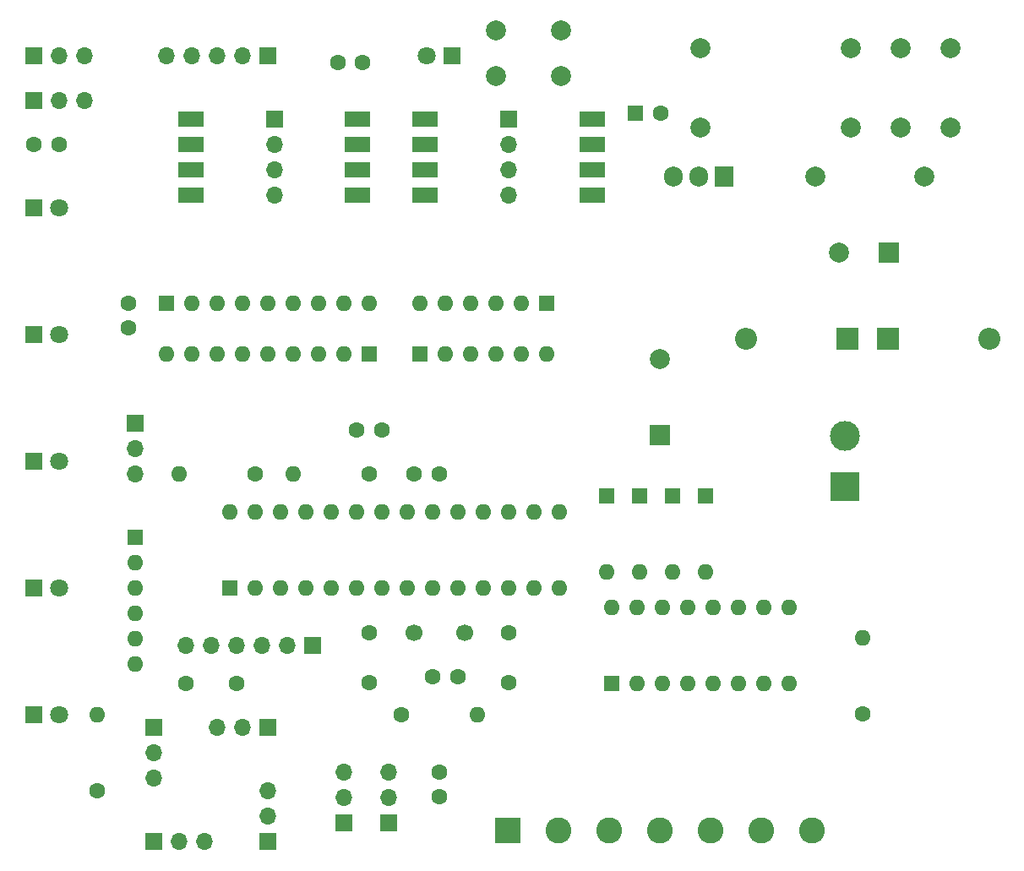
<source format=gbr>
G04 #@! TF.GenerationSoftware,KiCad,Pcbnew,(5.1.9)-1*
G04 #@! TF.CreationDate,2023-11-08T13:31:57-08:00*
G04 #@! TF.ProjectId,DSAMKVIE,4453414d-4b56-4494-952e-6b696361645f,rev?*
G04 #@! TF.SameCoordinates,Original*
G04 #@! TF.FileFunction,Soldermask,Top*
G04 #@! TF.FilePolarity,Negative*
%FSLAX46Y46*%
G04 Gerber Fmt 4.6, Leading zero omitted, Abs format (unit mm)*
G04 Created by KiCad (PCBNEW (5.1.9)-1) date 2023-11-08 13:31:57*
%MOMM*%
%LPD*%
G01*
G04 APERTURE LIST*
%ADD10C,2.600000*%
%ADD11R,2.600000X2.600000*%
%ADD12R,1.600000X1.600000*%
%ADD13O,1.600000X1.600000*%
%ADD14C,1.600000*%
%ADD15C,3.000000*%
%ADD16R,3.000000X3.000000*%
%ADD17C,1.800000*%
%ADD18R,1.800000X1.800000*%
%ADD19R,1.700000X1.700000*%
%ADD20O,1.700000X1.700000*%
%ADD21R,2.540000X1.520000*%
%ADD22C,2.000000*%
%ADD23R,2.000000X2.000000*%
%ADD24C,1.700000*%
%ADD25R,2.200000X2.200000*%
%ADD26O,2.200000X2.200000*%
%ADD27R,1.905000X2.000000*%
%ADD28O,1.905000X2.000000*%
G04 APERTURE END LIST*
D10*
X178308000Y-134112000D03*
X173228000Y-134112000D03*
X168148000Y-134112000D03*
X163068000Y-134112000D03*
X157988000Y-134112000D03*
X152908000Y-134112000D03*
D11*
X147828000Y-134112000D03*
D12*
X120015000Y-109855000D03*
D13*
X153035000Y-102235000D03*
X122555000Y-109855000D03*
X150495000Y-102235000D03*
X125095000Y-109855000D03*
X147955000Y-102235000D03*
X127635000Y-109855000D03*
X145415000Y-102235000D03*
X130175000Y-109855000D03*
X142875000Y-102235000D03*
X132715000Y-109855000D03*
X140335000Y-102235000D03*
X135255000Y-109855000D03*
X137795000Y-102235000D03*
X137795000Y-109855000D03*
X135255000Y-102235000D03*
X140335000Y-109855000D03*
X132715000Y-102235000D03*
X142875000Y-109855000D03*
X130175000Y-102235000D03*
X145415000Y-109855000D03*
X127635000Y-102235000D03*
X147955000Y-109855000D03*
X125095000Y-102235000D03*
X150495000Y-109855000D03*
X122555000Y-102235000D03*
X153035000Y-109855000D03*
X120015000Y-102235000D03*
X139065000Y-81280000D03*
X141605000Y-81280000D03*
X144145000Y-81280000D03*
X146685000Y-81280000D03*
X149225000Y-81280000D03*
D12*
X151765000Y-81280000D03*
D13*
X151765000Y-86360000D03*
X149225000Y-86360000D03*
X146685000Y-86360000D03*
X144145000Y-86360000D03*
X141605000Y-86360000D03*
D12*
X139065000Y-86360000D03*
D14*
X115650000Y-119380000D03*
X120650000Y-119380000D03*
X109855000Y-83780000D03*
X109855000Y-81280000D03*
X135215000Y-93980000D03*
X132715000Y-93980000D03*
X100370000Y-65405000D03*
X102870000Y-65405000D03*
X133310000Y-57150000D03*
X130810000Y-57150000D03*
X142835000Y-118745000D03*
X140335000Y-118745000D03*
X140970000Y-130770000D03*
X140970000Y-128270000D03*
X138470000Y-98425000D03*
X140970000Y-98425000D03*
D15*
X181610000Y-94615000D03*
D16*
X181610000Y-99695000D03*
D17*
X102870000Y-84455000D03*
D18*
X100330000Y-84455000D03*
D19*
X110490000Y-93345000D03*
D20*
X110490000Y-95885000D03*
X110490000Y-98425000D03*
D13*
X144780000Y-122555000D03*
D14*
X137160000Y-122555000D03*
D20*
X147955000Y-70485000D03*
X147955000Y-67945000D03*
X147955000Y-65405000D03*
D19*
X147955000Y-62865000D03*
D20*
X124460000Y-70485000D03*
X124460000Y-67945000D03*
X124460000Y-65405000D03*
D19*
X124460000Y-62865000D03*
D12*
X110490000Y-104775000D03*
D13*
X110490000Y-107315000D03*
X110490000Y-109855000D03*
X110490000Y-112395000D03*
X110490000Y-114935000D03*
X110490000Y-117475000D03*
D21*
X116080000Y-70485000D03*
X132840000Y-70485000D03*
X116080000Y-67945000D03*
X132840000Y-67945000D03*
X116080000Y-65405000D03*
X132840000Y-65405000D03*
X116080000Y-62865000D03*
X132840000Y-62865000D03*
D13*
X183388000Y-114808000D03*
D14*
X183388000Y-122428000D03*
D13*
X113665000Y-86360000D03*
X116205000Y-86360000D03*
X118745000Y-86360000D03*
X121285000Y-86360000D03*
X123825000Y-86360000D03*
X126365000Y-86360000D03*
X128905000Y-86360000D03*
X131445000Y-86360000D03*
D12*
X133985000Y-86360000D03*
D22*
X163068000Y-86888000D03*
D23*
X163068000Y-94488000D03*
D13*
X126365000Y-98425000D03*
D14*
X133985000Y-98425000D03*
D13*
X133985000Y-81280000D03*
X131445000Y-81280000D03*
X128905000Y-81280000D03*
X126365000Y-81280000D03*
X123825000Y-81280000D03*
X121285000Y-81280000D03*
X118745000Y-81280000D03*
X116205000Y-81280000D03*
D12*
X113665000Y-81280000D03*
D13*
X161036000Y-108204000D03*
D12*
X161036000Y-100584000D03*
D13*
X157734000Y-108204000D03*
D12*
X157734000Y-100584000D03*
D20*
X123825000Y-130175000D03*
X123825000Y-132715000D03*
D19*
X123825000Y-135255000D03*
D20*
X117475000Y-135255000D03*
X114935000Y-135255000D03*
D19*
X112395000Y-135255000D03*
D20*
X112395000Y-128905000D03*
X112395000Y-126365000D03*
D19*
X112395000Y-123825000D03*
D20*
X118745000Y-123825000D03*
X121285000Y-123825000D03*
D19*
X123825000Y-123825000D03*
D20*
X135890000Y-128270000D03*
X135890000Y-130810000D03*
D19*
X135890000Y-133350000D03*
D20*
X131445000Y-128270000D03*
X131445000Y-130810000D03*
D19*
X131445000Y-133350000D03*
D20*
X105410000Y-60960000D03*
X102870000Y-60960000D03*
D19*
X100330000Y-60960000D03*
D20*
X105410000Y-56515000D03*
X102870000Y-56515000D03*
D19*
X100330000Y-56515000D03*
D24*
X143510000Y-114300000D03*
X138510000Y-114300000D03*
D12*
X158242000Y-119380000D03*
D13*
X176022000Y-111760000D03*
X160782000Y-119380000D03*
X173482000Y-111760000D03*
X163322000Y-119380000D03*
X170942000Y-111760000D03*
X165862000Y-119380000D03*
X168402000Y-111760000D03*
X168402000Y-119380000D03*
X165862000Y-111760000D03*
X170942000Y-119380000D03*
X163322000Y-111760000D03*
X173482000Y-119380000D03*
X160782000Y-111760000D03*
X176022000Y-119380000D03*
X158242000Y-111760000D03*
D21*
X139575000Y-70485000D03*
X156335000Y-70485000D03*
X139575000Y-67945000D03*
X156335000Y-67945000D03*
X139575000Y-65405000D03*
X156335000Y-65405000D03*
X139575000Y-62865000D03*
X156335000Y-62865000D03*
D22*
X153185000Y-53975000D03*
X153185000Y-58475000D03*
X146685000Y-53975000D03*
X146685000Y-58475000D03*
D14*
X147955000Y-119300000D03*
X147955000Y-114300000D03*
X133985000Y-114300000D03*
X133985000Y-119300000D03*
D23*
X186055000Y-76200000D03*
D22*
X181055000Y-76200000D03*
D14*
X163155000Y-62230000D03*
D12*
X160655000Y-62230000D03*
D18*
X100330000Y-71755000D03*
D17*
X102870000Y-71755000D03*
X102870000Y-97155000D03*
D18*
X100330000Y-97155000D03*
X100330000Y-109855000D03*
D17*
X102870000Y-109855000D03*
D18*
X100330000Y-122555000D03*
D17*
X102870000Y-122555000D03*
D25*
X185928000Y-84836000D03*
D26*
X196088000Y-84836000D03*
X171704000Y-84836000D03*
D25*
X181864000Y-84836000D03*
D13*
X167640000Y-108204000D03*
D12*
X167640000Y-100584000D03*
X164338000Y-100584000D03*
D13*
X164338000Y-108204000D03*
D19*
X123825000Y-56515000D03*
D20*
X121285000Y-56515000D03*
X118745000Y-56515000D03*
X116205000Y-56515000D03*
X113665000Y-56515000D03*
D22*
X167205000Y-55690000D03*
X167205000Y-63690000D03*
X182205000Y-55690000D03*
X182205000Y-63690000D03*
X187205000Y-55690000D03*
X187205000Y-63690000D03*
X192205000Y-55690000D03*
X192205000Y-63690000D03*
D14*
X122555000Y-98425000D03*
D13*
X114935000Y-98425000D03*
X106680000Y-122555000D03*
D14*
X106680000Y-130175000D03*
D27*
X169545000Y-68580000D03*
D28*
X167005000Y-68580000D03*
X164465000Y-68580000D03*
D19*
X128270000Y-115570000D03*
D20*
X125730000Y-115570000D03*
X123190000Y-115570000D03*
X120650000Y-115570000D03*
X118110000Y-115570000D03*
X115570000Y-115570000D03*
D18*
X142240000Y-56515000D03*
D17*
X139700000Y-56515000D03*
D22*
X189650000Y-68580000D03*
X178650000Y-68580000D03*
M02*

</source>
